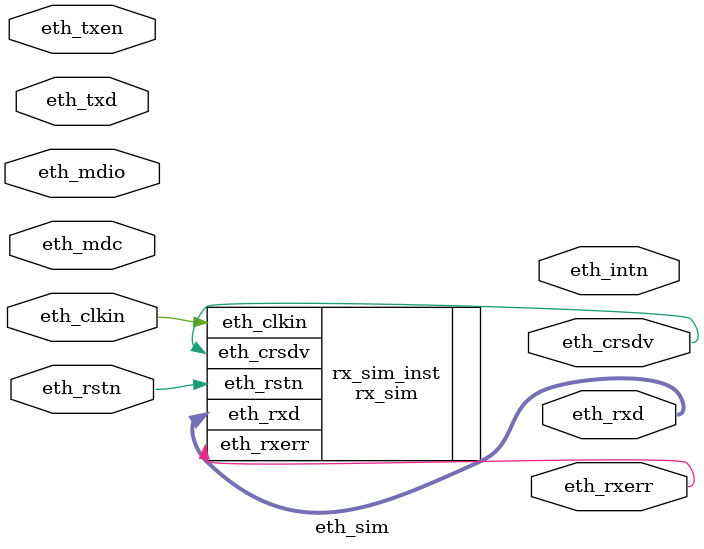
<source format=v>
`timescale 1 ns / 1 ps

module eth_sim
(   
	input         eth_mdc,
	inout         eth_mdio,
	input         eth_rstn,
	output        eth_crsdv,
	output        eth_rxerr,
	output [1:0]  eth_rxd,
	input         eth_txen,
	input  [1:0]  eth_txd,
	input         eth_clkin,
	output        eth_intn
);
	
	rx_sim rx_sim_inst
	(   
		.eth_clkin(eth_clkin),
		.eth_rstn (eth_rstn),
		.eth_crsdv(eth_crsdv),
		.eth_rxerr(eth_rxerr),
		.eth_rxd  (eth_rxd)
	);
	
endmodule
</source>
